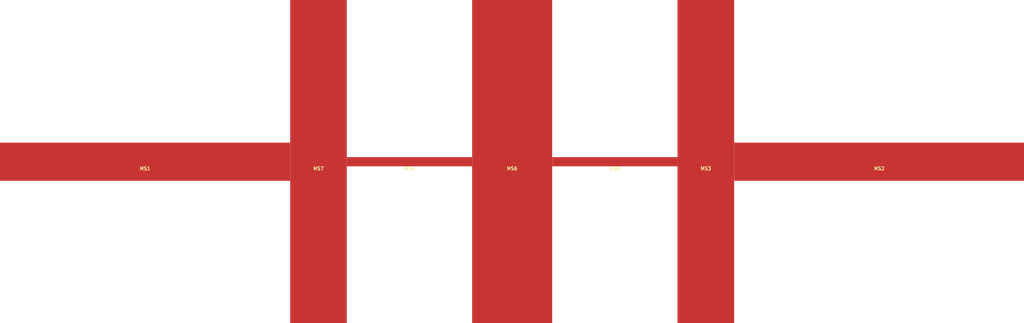
<source format=kicad_pcb>
(kicad_pcb (version 4) (host pcbnew 4.0.4+dfsg1-stable)

  (general
    (links 0)
    (no_connects 0)
    (area -10.783979 -11.99815 64.340999 11.99815)
    (thickness 1.6)
    (drawings 0)
    (tracks 0)
    (zones 0)
    (modules 7)
    (nets 1)
  )

  (page A4)
  (layers
    (0 F.Cu signal)
    (31 B.Cu signal)
    (32 B.Adhes user)
    (33 F.Adhes user)
    (34 B.Paste user)
    (35 F.Paste user)
    (36 B.SilkS user)
    (37 F.SilkS user)
    (38 B.Mask user)
    (39 F.Mask user)
    (40 Dwgs.User user)
    (41 Cmts.User user)
    (42 Eco1.User user)
    (43 Eco2.User user)
    (44 Edge.Cuts user)
    (45 Margin user)
    (46 B.CrtYd user)
    (47 F.CrtYd user)
    (48 B.Fab user)
    (49 F.Fab user)
  )

  (setup
    (last_trace_width 0.25)
    (trace_clearance 0.2)
    (zone_clearance 0.508)
    (zone_45_only no)
    (trace_min 0.2)
    (segment_width 0.2)
    (edge_width 0.15)
    (via_size 0.6)
    (via_drill 0.4)
    (via_min_size 0.4)
    (via_min_drill 0.3)
    (uvia_size 0.3)
    (uvia_drill 0.1)
    (uvias_allowed no)
    (uvia_min_size 0.2)
    (uvia_min_drill 0.1)
    (pcb_text_width 0.3)
    (pcb_text_size 1.5 1.5)
    (mod_edge_width 0.15)
    (mod_text_size 1 1)
    (mod_text_width 0.15)
    (pad_size 1 3)
    (pad_drill 0)
    (pad_to_mask_clearance 0.2)
    (aux_axis_origin 0 0)
    (visible_elements FFFFFF7F)
    (pcbplotparams
      (layerselection 0x00030_80000001)
      (usegerberextensions false)
      (excludeedgelayer true)
      (linewidth 0.150000)
      (plotframeref false)
      (viasonmask false)
      (mode 1)
      (useauxorigin false)
      (hpglpennumber 1)
      (hpglpenspeed 20)
      (hpglpendiameter 15)
      (hpglpenoverlay 2)
      (psnegative false)
      (psa4output false)
      (plotreference true)
      (plotvalue true)
      (plotinvisibletext false)
      (padsonsilk false)
      (subtractmaskfromsilk false)
      (outputformat 1)
      (mirror false)
      (drillshape 1)
      (scaleselection 1)
      (outputdirectory ""))
  )

  (net 0 "")

  (net_class Default "This is the default net class."
    (clearance 0.2)
    (trace_width 0.25)
    (via_dia 0.6)
    (via_drill 0.4)
    (uvia_dia 0.3)
    (uvia_drill 0.1)
  )

  (module MLIN (layer F.Cu) (tedit 0) (tstamp 0)
    (at 38.17 33.15)
    (fp_text reference MS1 (at 0 0.5) (layer F.SilkS)
      (effects (font (size 0.25 0.25) (thickness 0.05)))
    )
    (fp_text value micostrip_line (at 0 -0.5) (layer F.Fab)
      (effects (font (size 0.25 0.25) (thickness 0.05)))
    )
    (pad "" smd rect (at 0 0) (size 21.167958 2.78601) (layers F.Cu))
  )

  (module MLIN (layer F.Cu) (tedit 0) (tstamp 0)
    (at 50.81994 33.15)
    (fp_text reference MS7 (at 0 0.5) (layer F.SilkS)
      (effects (font (size 0.25 0.25) (thickness 0.05)))
    )
    (fp_text value micostrip_line (at 0 -0.5) (layer F.Fab)
      (effects (font (size 0.25 0.25) (thickness 0.05)))
    )
    (pad "" smd rect (at 0 0) (size 4.131958 23.5963) (layers F.Cu))
  )

  (module MLIN (layer F.Cu) (tedit 0) (tstamp 0)
    (at 57.45716 33.15)
    (fp_text reference MS4 (at 0 0.5) (layer F.SilkS)
      (effects (font (size 0.25 0.25) (thickness 0.05)))
    )
    (fp_text value micostrip_line (at 0 -0.5) (layer F.Fab)
      (effects (font (size 0.25 0.25) (thickness 0.05)))
    )
    (pad "" smd rect (at 0 0) (size 9.142518 0.670928) (layers F.Cu))
  )

  (module MLIN (layer F.Cu) (tedit 0) (tstamp 0)
    (at 64.94851 33.15)
    (fp_text reference MS6 (at 0 0.5) (layer F.SilkS)
      (effects (font (size 0.25 0.25) (thickness 0.05)))
    )
    (fp_text value micostrip_line (at 0 -0.5) (layer F.Fab)
      (effects (font (size 0.25 0.25) (thickness 0.05)))
    )
    (pad "" smd rect (at 0 0) (size 5.840212 23.5963) (layers F.Cu))
  )

  (module MLIN (layer F.Cu) (tedit 0) (tstamp 0)
    (at 72.43986 33.15)
    (fp_text reference MS5 (at 0 0.5) (layer F.SilkS)
      (effects (font (size 0.25 0.25) (thickness 0.05)))
    )
    (fp_text value micostrip_line (at 0 -0.5) (layer F.Fab)
      (effects (font (size 0.25 0.25) (thickness 0.05)))
    )
    (pad "" smd rect (at 0 0) (size 9.142518 0.670928) (layers F.Cu))
  )

  (module MLIN (layer F.Cu) (tedit 0) (tstamp 0)
    (at 79.07708 33.15)
    (fp_text reference MS3 (at 0 0.5) (layer F.SilkS)
      (effects (font (size 0.25 0.25) (thickness 0.05)))
    )
    (fp_text value micostrip_line (at 0 -0.5) (layer F.Fab)
      (effects (font (size 0.25 0.25) (thickness 0.05)))
    )
    (pad "" smd rect (at 0 0) (size 4.131958 23.5963) (layers F.Cu))
  )

  (module MLIN (layer F.Cu) (tedit 0) (tstamp 0)
    (at 91.72702 33.15)
    (fp_text reference MS2 (at 0 0.5) (layer F.SilkS)
      (effects (font (size 0.25 0.25) (thickness 0.05)))
    )
    (fp_text value micostrip_line (at 0 -0.5) (layer F.Fab)
      (effects (font (size 0.25 0.25) (thickness 0.05)))
    )
    (pad "" smd rect (at 0 0) (size 21.167958 2.78601) (layers F.Cu))
  )

)

</source>
